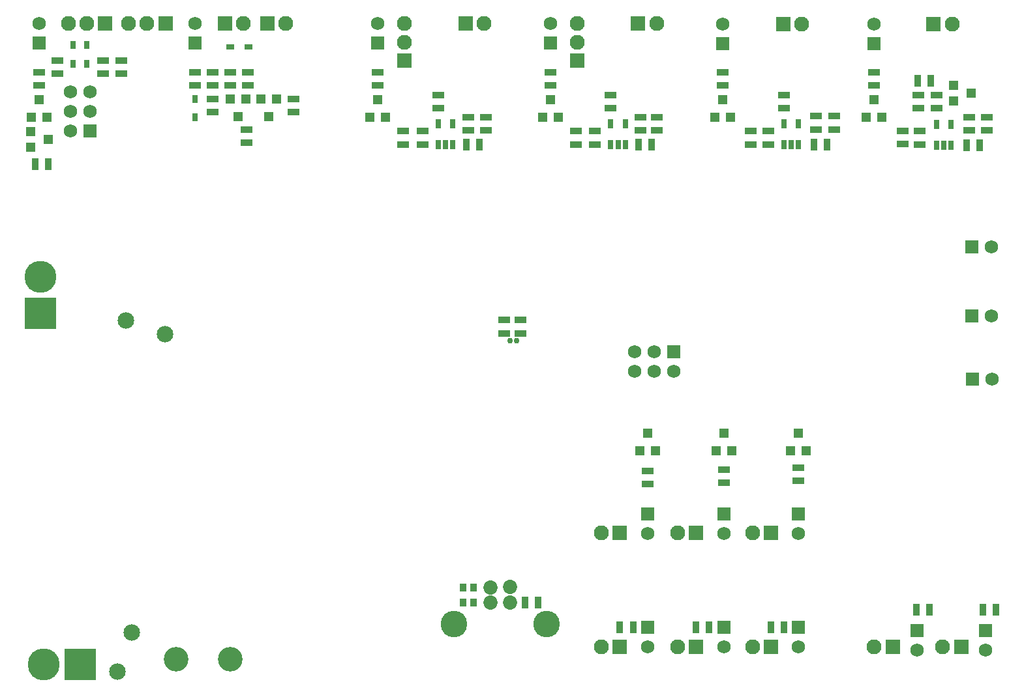
<source format=gbs>
G04*
G04 #@! TF.GenerationSoftware,Altium Limited,Altium Designer,18.1.9 (240)*
G04*
G04 Layer_Color=16711935*
%FSLAX44Y44*%
%MOMM*%
G71*
G01*
G75*
%ADD48R,0.9524X1.5024*%
%ADD50R,1.5024X0.9524*%
%ADD51R,1.1684X1.1684*%
%ADD52R,1.0024X0.7524*%
%ADD53R,1.1684X1.1684*%
%ADD65R,0.7524X1.0024*%
%ADD72C,1.7526*%
%ADD73R,1.7526X1.7526*%
%ADD74C,2.1524*%
%ADD75R,4.1524X4.1524*%
%ADD76C,4.1524*%
%ADD77C,1.9524*%
%ADD78R,1.9524X1.9524*%
%ADD79C,1.8524*%
%ADD80C,3.4524*%
%ADD81R,1.7526X1.7526*%
%ADD82R,1.9524X1.9524*%
%ADD83R,4.1524X4.1524*%
%ADD84C,0.1524*%
%ADD85C,3.2004*%
%ADD86C,0.7524*%
%ADD114R,0.9024X1.0524*%
%ADD115R,0.7400X1.1900*%
D48*
X989000Y98000D02*
D03*
X1006000D02*
D03*
X891500D02*
D03*
X908500D02*
D03*
X793000D02*
D03*
X810000D02*
D03*
X669500Y130000D02*
D03*
X686500D02*
D03*
X1281000Y121000D02*
D03*
X1264000D02*
D03*
X1195000D02*
D03*
X1178000D02*
D03*
X1260250Y724968D02*
D03*
X1243250D02*
D03*
X1196500Y809000D02*
D03*
X1179500D02*
D03*
X1061500Y726000D02*
D03*
X1044500D02*
D03*
X834250Y726000D02*
D03*
X817250D02*
D03*
X610500Y726000D02*
D03*
X593500D02*
D03*
X50811Y700000D02*
D03*
X33811D02*
D03*
D50*
X308250Y744750D02*
D03*
Y727750D02*
D03*
X596250Y744500D02*
D03*
Y761500D02*
D03*
X557000Y773000D02*
D03*
Y790000D02*
D03*
X781000Y773000D02*
D03*
Y790000D02*
D03*
X619000Y761500D02*
D03*
Y744500D02*
D03*
X511730Y726000D02*
D03*
Y743000D02*
D03*
X478550Y802500D02*
D03*
Y819500D02*
D03*
X820000Y744500D02*
D03*
Y761500D02*
D03*
X760815Y726000D02*
D03*
Y743000D02*
D03*
X702550Y802500D02*
D03*
Y819500D02*
D03*
X536815Y726000D02*
D03*
Y743000D02*
D03*
X735730Y726000D02*
D03*
Y743000D02*
D03*
X287000Y819500D02*
D03*
Y802500D02*
D03*
X264000D02*
D03*
Y819500D02*
D03*
X369000Y767860D02*
D03*
Y784860D02*
D03*
X1123000Y802500D02*
D03*
Y819500D02*
D03*
X986000Y726000D02*
D03*
Y743000D02*
D03*
X1006000Y773000D02*
D03*
Y790000D02*
D03*
X926000Y802500D02*
D03*
Y819500D02*
D03*
X963000Y726000D02*
D03*
Y743000D02*
D03*
X928000Y303500D02*
D03*
Y286500D02*
D03*
X1025000Y305500D02*
D03*
Y288500D02*
D03*
X829000Y301500D02*
D03*
Y284500D02*
D03*
X664000Y497500D02*
D03*
Y480500D02*
D03*
X643000D02*
D03*
Y497500D02*
D03*
X1182000Y726000D02*
D03*
Y743000D02*
D03*
X1160000Y726500D02*
D03*
Y743500D02*
D03*
X1180000Y790000D02*
D03*
Y773000D02*
D03*
X1204000D02*
D03*
Y790000D02*
D03*
X1246000Y744000D02*
D03*
Y761000D02*
D03*
X1269000D02*
D03*
Y744000D02*
D03*
X1071000Y762500D02*
D03*
Y745500D02*
D03*
X1047250D02*
D03*
Y762500D02*
D03*
X841000Y761500D02*
D03*
Y744500D02*
D03*
X310000Y819500D02*
D03*
Y802500D02*
D03*
X241000D02*
D03*
Y819500D02*
D03*
X264000Y784860D02*
D03*
Y767860D02*
D03*
X146000Y818000D02*
D03*
Y835000D02*
D03*
X122000D02*
D03*
Y818000D02*
D03*
X63000Y835000D02*
D03*
Y818000D02*
D03*
X39000Y802500D02*
D03*
Y819500D02*
D03*
D51*
X928000Y350860D02*
D03*
X917840Y328000D02*
D03*
X938160D02*
D03*
X829000Y350860D02*
D03*
X818840Y328000D02*
D03*
X839160D02*
D03*
X1025000Y350860D02*
D03*
X1014840Y328000D02*
D03*
X1035160D02*
D03*
X1123000Y784000D02*
D03*
X1112840Y761140D02*
D03*
X1133160D02*
D03*
X926000Y784000D02*
D03*
X915840Y761140D02*
D03*
X936160D02*
D03*
X702550Y784000D02*
D03*
X692390Y761140D02*
D03*
X712710D02*
D03*
X478550Y784000D02*
D03*
X468390Y761140D02*
D03*
X488710D02*
D03*
X297160Y762000D02*
D03*
X307320Y784860D02*
D03*
X287000D02*
D03*
X337000Y762000D02*
D03*
X347160Y784860D02*
D03*
X326840D02*
D03*
X39000Y784000D02*
D03*
X28840Y761140D02*
D03*
X49160D02*
D03*
D52*
X287000Y853000D02*
D03*
X311000D02*
D03*
D53*
X1248860Y792160D02*
D03*
X1226000Y802320D02*
D03*
Y782000D02*
D03*
X50811Y732160D02*
D03*
X27951Y742320D02*
D03*
Y722000D02*
D03*
D65*
X83000Y831000D02*
D03*
Y855000D02*
D03*
X241000Y760860D02*
D03*
Y784860D02*
D03*
X101000Y855000D02*
D03*
Y831000D02*
D03*
D72*
X812000Y456000D02*
D03*
X837400Y430600D02*
D03*
Y456000D02*
D03*
X862800Y430600D02*
D03*
X812000D02*
D03*
X1268000Y68600D02*
D03*
X1179000D02*
D03*
X1025000Y220001D02*
D03*
X928000D02*
D03*
X829000D02*
D03*
X1025000Y72599D02*
D03*
X928000D02*
D03*
X829000D02*
D03*
X702550Y882720D02*
D03*
X1275400Y592841D02*
D03*
X1276400Y420681D02*
D03*
X1275400Y503001D02*
D03*
X241000Y882720D02*
D03*
X926000Y882000D02*
D03*
X1123000D02*
D03*
X39000Y882720D02*
D03*
X105400Y794020D02*
D03*
X80000Y768620D02*
D03*
X105400D02*
D03*
X80000Y743220D02*
D03*
Y794020D02*
D03*
X478550Y882720D02*
D03*
D73*
X862800Y456000D02*
D03*
X1250000Y592841D02*
D03*
X1251000Y420681D02*
D03*
X1250000Y503001D02*
D03*
D74*
X202500Y479000D02*
D03*
X151500Y497000D02*
D03*
X159000Y91500D02*
D03*
X141000Y40500D02*
D03*
D75*
X40681Y506332D02*
D03*
D76*
Y553332D02*
D03*
X45000Y50000D02*
D03*
D77*
X101000Y882720D02*
D03*
X77000D02*
D03*
X1212000Y72599D02*
D03*
X616550Y882720D02*
D03*
X840550D02*
D03*
X965000Y221000D02*
D03*
X868000D02*
D03*
X769000D02*
D03*
X965000Y72599D02*
D03*
X868000D02*
D03*
X769000D02*
D03*
X513550Y858720D02*
D03*
Y882720D02*
D03*
X737550Y858720D02*
D03*
Y882720D02*
D03*
X304000D02*
D03*
X359000D02*
D03*
X1029000Y882000D02*
D03*
X1224000D02*
D03*
X179000Y882720D02*
D03*
X155000D02*
D03*
X1123000Y72599D02*
D03*
D78*
X125000Y882720D02*
D03*
X1236000Y72599D02*
D03*
X592550Y882720D02*
D03*
X816550D02*
D03*
X989000Y221000D02*
D03*
X892000D02*
D03*
X793000D02*
D03*
X989000Y72599D02*
D03*
X892000D02*
D03*
X793000D02*
D03*
X280000Y882720D02*
D03*
X335000D02*
D03*
X1005000Y882000D02*
D03*
X1200000D02*
D03*
X203000Y882720D02*
D03*
X1147000Y72599D02*
D03*
D79*
X650000Y150480D02*
D03*
X625000Y130000D02*
D03*
Y150000D02*
D03*
X650000Y130000D02*
D03*
D80*
X697700Y102900D02*
D03*
X577300D02*
D03*
D81*
X1268000Y94000D02*
D03*
X1179000D02*
D03*
X1025000Y245401D02*
D03*
X928000D02*
D03*
X829000D02*
D03*
X1025000Y97999D02*
D03*
X928000D02*
D03*
X829000D02*
D03*
X702550Y857320D02*
D03*
X241000D02*
D03*
X926000Y856600D02*
D03*
X1123000D02*
D03*
X39000Y857320D02*
D03*
X105400Y743220D02*
D03*
X478550Y857320D02*
D03*
D82*
X513550Y834720D02*
D03*
X737550D02*
D03*
D83*
X92000Y50000D02*
D03*
D84*
X217815Y651500D02*
D03*
X1067815D02*
D03*
X225000Y130000D02*
D03*
X1075000D02*
D03*
D85*
X287000Y57000D02*
D03*
X217150D02*
D03*
D86*
X658874Y471000D02*
D03*
X650000D02*
D03*
D114*
X603000Y130000D02*
D03*
X589000D02*
D03*
X603000Y150000D02*
D03*
X589000D02*
D03*
D115*
X1204000Y751968D02*
D03*
X1223000Y724968D02*
D03*
X1213500D02*
D03*
X1204000D02*
D03*
X1223000Y751968D02*
D03*
X1006000Y753000D02*
D03*
X1025000Y726000D02*
D03*
X1015500D02*
D03*
X1006000D02*
D03*
X1025000Y753000D02*
D03*
X781000D02*
D03*
X800000Y726000D02*
D03*
X790500D02*
D03*
X781000D02*
D03*
X800000Y753000D02*
D03*
X557000Y753000D02*
D03*
X576000Y726000D02*
D03*
X566500D02*
D03*
X557000D02*
D03*
X576000Y753000D02*
D03*
M02*

</source>
